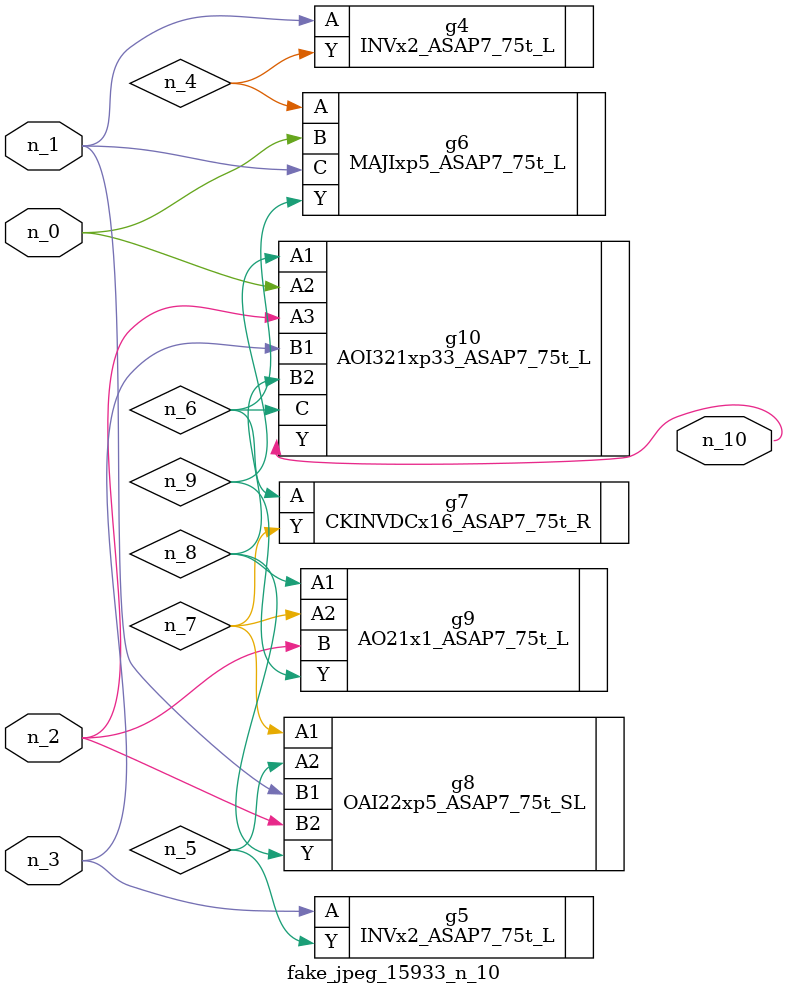
<source format=v>
module fake_jpeg_15933_n_10 (n_0, n_3, n_2, n_1, n_10);

input n_0;
input n_3;
input n_2;
input n_1;

output n_10;

wire n_4;
wire n_8;
wire n_9;
wire n_6;
wire n_5;
wire n_7;

INVx2_ASAP7_75t_L g4 ( 
.A(n_1),
.Y(n_4)
);

INVx2_ASAP7_75t_L g5 ( 
.A(n_3),
.Y(n_5)
);

MAJIxp5_ASAP7_75t_L g6 ( 
.A(n_4),
.B(n_0),
.C(n_1),
.Y(n_6)
);

CKINVDCx16_ASAP7_75t_R g7 ( 
.A(n_6),
.Y(n_7)
);

OAI22xp5_ASAP7_75t_SL g8 ( 
.A1(n_7),
.A2(n_5),
.B1(n_1),
.B2(n_2),
.Y(n_8)
);

AO21x1_ASAP7_75t_L g9 ( 
.A1(n_8),
.A2(n_7),
.B(n_2),
.Y(n_9)
);

AOI321xp33_ASAP7_75t_L g10 ( 
.A1(n_9),
.A2(n_0),
.A3(n_2),
.B1(n_3),
.B2(n_8),
.C(n_6),
.Y(n_10)
);


endmodule
</source>
